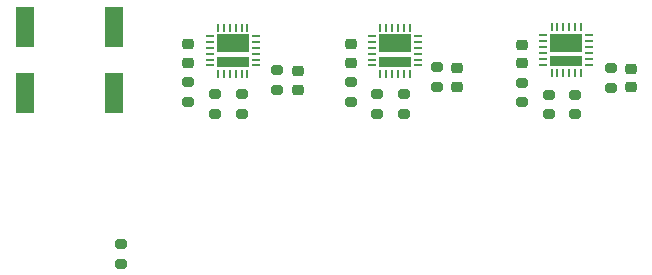
<source format=gbr>
%TF.GenerationSoftware,KiCad,Pcbnew,9.0.6*%
%TF.CreationDate,2025-12-30T05:11:15+05:30*%
%TF.ProjectId,UPS_Switch,5550535f-5377-4697-9463-682e6b696361,rev?*%
%TF.SameCoordinates,Original*%
%TF.FileFunction,Paste,Top*%
%TF.FilePolarity,Positive*%
%FSLAX46Y46*%
G04 Gerber Fmt 4.6, Leading zero omitted, Abs format (unit mm)*
G04 Created by KiCad (PCBNEW 9.0.6) date 2025-12-30 05:11:15*
%MOMM*%
%LPD*%
G01*
G04 APERTURE LIST*
G04 Aperture macros list*
%AMRoundRect*
0 Rectangle with rounded corners*
0 $1 Rounding radius*
0 $2 $3 $4 $5 $6 $7 $8 $9 X,Y pos of 4 corners*
0 Add a 4 corners polygon primitive as box body*
4,1,4,$2,$3,$4,$5,$6,$7,$8,$9,$2,$3,0*
0 Add four circle primitives for the rounded corners*
1,1,$1+$1,$2,$3*
1,1,$1+$1,$4,$5*
1,1,$1+$1,$6,$7*
1,1,$1+$1,$8,$9*
0 Add four rect primitives between the rounded corners*
20,1,$1+$1,$2,$3,$4,$5,0*
20,1,$1+$1,$4,$5,$6,$7,0*
20,1,$1+$1,$6,$7,$8,$9,0*
20,1,$1+$1,$8,$9,$2,$3,0*%
G04 Aperture macros list end*
%ADD10RoundRect,0.200000X-0.275000X0.200000X-0.275000X-0.200000X0.275000X-0.200000X0.275000X0.200000X0*%
%ADD11RoundRect,0.225000X-0.250000X0.225000X-0.250000X-0.225000X0.250000X-0.225000X0.250000X0.225000X0*%
%ADD12RoundRect,0.200000X0.275000X-0.200000X0.275000X0.200000X-0.275000X0.200000X-0.275000X-0.200000X0*%
%ADD13R,0.787400X0.228600*%
%ADD14R,0.228600X0.787400*%
%ADD15R,2.794000X1.549400*%
%ADD16R,2.794000X0.939800*%
%ADD17R,1.600000X3.500000*%
%ADD18RoundRect,0.218750X-0.256250X0.218750X-0.256250X-0.218750X0.256250X-0.218750X0.256250X0.218750X0*%
G04 APERTURE END LIST*
D10*
%TO.C,R2*%
X55900000Y-37872500D03*
X55900000Y-39522500D03*
%TD*%
D11*
%TO.C,C3*%
X67400000Y-33672500D03*
X67400000Y-35222500D03*
%TD*%
D10*
%TO.C,R13*%
X47960000Y-50585000D03*
X47960000Y-52235000D03*
%TD*%
D12*
%TO.C,R9*%
X89400000Y-37337500D03*
X89400000Y-35687500D03*
%TD*%
%TO.C,R6*%
X67400000Y-38522500D03*
X67400000Y-36872500D03*
%TD*%
D13*
%TO.C,U3*%
X69194200Y-32947500D03*
X69194200Y-33447499D03*
X69194200Y-33947500D03*
X69194200Y-34447500D03*
X69194200Y-34947501D03*
X69194200Y-35447500D03*
D14*
X69900000Y-36153300D03*
X70399999Y-36153300D03*
X70900000Y-36153300D03*
X71400000Y-36153300D03*
X71900001Y-36153300D03*
X72400000Y-36153300D03*
D13*
X73105800Y-35447500D03*
X73105800Y-34947501D03*
X73105800Y-34447500D03*
X73105800Y-33947500D03*
X73105800Y-33447499D03*
X73105800Y-32947500D03*
D14*
X72400000Y-32241700D03*
X71900001Y-32241700D03*
X71400000Y-32241700D03*
X70900000Y-32241700D03*
X70399999Y-32241700D03*
X69900000Y-32241700D03*
D15*
X71150000Y-33572500D03*
D16*
X71150000Y-35147500D03*
%TD*%
D10*
%TO.C,R3*%
X58150000Y-37872500D03*
X58150000Y-39522500D03*
%TD*%
%TO.C,R7*%
X69650000Y-37872500D03*
X69650000Y-39522500D03*
%TD*%
D11*
%TO.C,C4*%
X81900000Y-33710000D03*
X81900000Y-35260000D03*
%TD*%
D12*
%TO.C,R10*%
X81900000Y-38560000D03*
X81900000Y-36910000D03*
%TD*%
D10*
%TO.C,R11*%
X84150000Y-37910000D03*
X84150000Y-39560000D03*
%TD*%
D17*
%TO.C,C2*%
X47385000Y-32157500D03*
X47385000Y-37757500D03*
%TD*%
D12*
%TO.C,R1*%
X53650000Y-38522500D03*
X53650000Y-36872500D03*
%TD*%
D18*
%TO.C,D3*%
X91150000Y-35725000D03*
X91150000Y-37300000D03*
%TD*%
D12*
%TO.C,R5*%
X74725000Y-37272500D03*
X74725000Y-35622500D03*
%TD*%
D17*
%TO.C,C5*%
X39815000Y-32157500D03*
X39815000Y-37757500D03*
%TD*%
D18*
%TO.C,D2*%
X76400000Y-35660000D03*
X76400000Y-37235000D03*
%TD*%
D13*
%TO.C,U2*%
X55444200Y-32947500D03*
X55444200Y-33447499D03*
X55444200Y-33947500D03*
X55444200Y-34447500D03*
X55444200Y-34947501D03*
X55444200Y-35447500D03*
D14*
X56150000Y-36153300D03*
X56649999Y-36153300D03*
X57150000Y-36153300D03*
X57650000Y-36153300D03*
X58150001Y-36153300D03*
X58650000Y-36153300D03*
D13*
X59355800Y-35447500D03*
X59355800Y-34947501D03*
X59355800Y-34447500D03*
X59355800Y-33947500D03*
X59355800Y-33447499D03*
X59355800Y-32947500D03*
D14*
X58650000Y-32241700D03*
X58150001Y-32241700D03*
X57650000Y-32241700D03*
X57150000Y-32241700D03*
X56649999Y-32241700D03*
X56150000Y-32241700D03*
D15*
X57400000Y-33572500D03*
D16*
X57400000Y-35147500D03*
%TD*%
D10*
%TO.C,R12*%
X86400000Y-37910000D03*
X86400000Y-39560000D03*
%TD*%
D11*
%TO.C,C1*%
X53650000Y-33672500D03*
X53650000Y-35222500D03*
%TD*%
D13*
%TO.C,U4*%
X83694200Y-32897500D03*
X83694200Y-33397499D03*
X83694200Y-33897500D03*
X83694200Y-34397500D03*
X83694200Y-34897501D03*
X83694200Y-35397500D03*
D14*
X84400000Y-36103300D03*
X84899999Y-36103300D03*
X85400000Y-36103300D03*
X85900000Y-36103300D03*
X86400001Y-36103300D03*
X86900000Y-36103300D03*
D13*
X87605800Y-35397500D03*
X87605800Y-34897501D03*
X87605800Y-34397500D03*
X87605800Y-33897500D03*
X87605800Y-33397499D03*
X87605800Y-32897500D03*
D14*
X86900000Y-32191700D03*
X86400001Y-32191700D03*
X85900000Y-32191700D03*
X85400000Y-32191700D03*
X84899999Y-32191700D03*
X84400000Y-32191700D03*
D15*
X85650000Y-33522500D03*
D16*
X85650000Y-35097500D03*
%TD*%
D12*
%TO.C,R4*%
X61150000Y-37522500D03*
X61150000Y-35872500D03*
%TD*%
D18*
%TO.C,D1*%
X62890000Y-35925000D03*
X62890000Y-37500000D03*
%TD*%
D10*
%TO.C,R8*%
X71900000Y-37872500D03*
X71900000Y-39522500D03*
%TD*%
M02*

</source>
